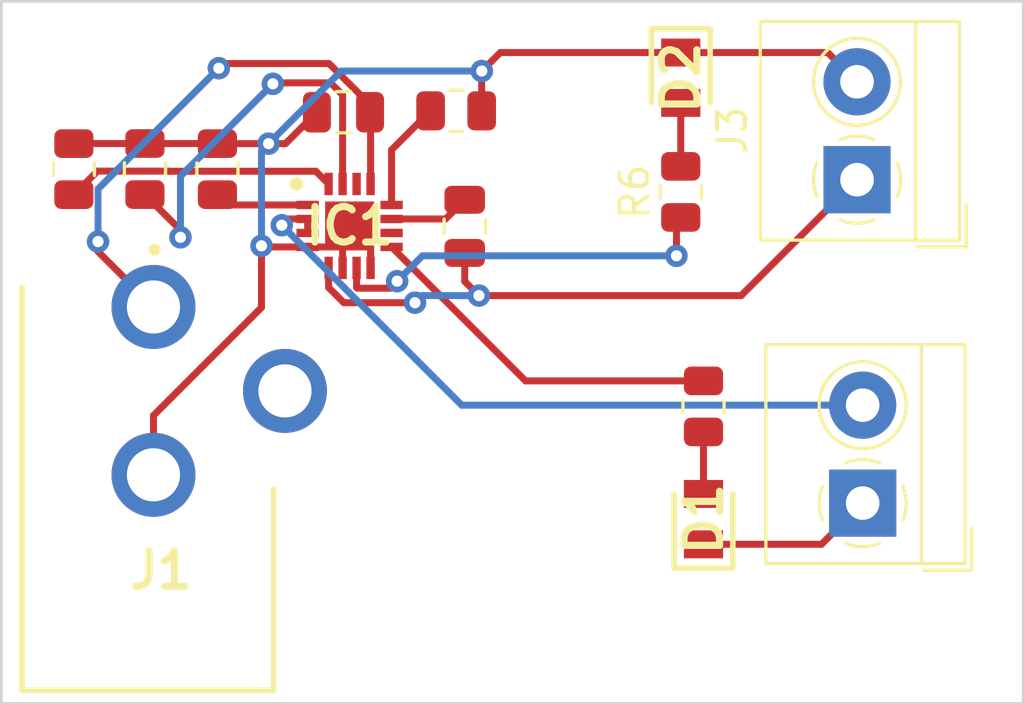
<source format=kicad_pcb>
(kicad_pcb (version 20221018) (generator pcbnew)
  (title_block (title "BQ24074 Solar Charger") (date "2024-01-05") (rev "1") (company "AU/AUD"))
  (layers (0 "F.Cu" signal) (31 "B.Cu" signal) (34 "B.Paste" user) (35 "F.Paste" user) (36 "B.SilkS" user "B.Silkscreen") (37 "F.SilkS" user "F.Silkscreen") (38 "B.Mask" user) (39 "F.Mask" user) (44 "Edge.Cuts" user))
  (net 0 "")
  (net 1 "Net-(IC1-IN)")
  (net 2 "Net-(D1-K)")
  (net 3 "Net-(IC1-OUT_1)")
  (net 4 "Net-(IC1-EN2)")
  (net 5 "Net-(D1-A)")
  (net 6 "Net-(D2-A)")
  (net 7 "Net-(IC1-TS)")
  (net 8 "Net-(IC1-BAT_1)")
  (net 9 "Net-(IC1-~{PGOOD})")
  (net 10 "Net-(IC1-~{CHG})")
  (net 11 "Net-(IC1-ILIM)")
  (net 13 "Net-(IC1-ITERM)")
  (net 14 "Net-(IC1-ISET)")
  (footprint "ProjectLib:PJ-102AH" (layer "F.Cu") (at 144.9652 71.1736 180)
    (fp_text reference "J1" (at 4.035 -6.411) (layer "F.SilkS") (effects (font (size 1.27 1.27) (thickness 0.254))))
    (fp_text value "PJ-102AH" hide)
    (fp_line (start 0 -10.7) (end 0 -3.5) (stroke (width 0.2)) (layer "F.SilkS"))
    (fp_line (start 9 -10.7) (end 0 -10.7) (stroke (width 0.2)) (layer "F.SilkS"))
    (fp_line (start 9 3.7) (end 9 -10.7) (stroke (width 0.2)) (layer "F.SilkS"))
    (fp_circle (center 4.261 5.051) (end 4.261 5.16985) (stroke (width 0.2)) (fill none) (layer "F.SilkS"))
    (pad "1" thru_hole circle (at 4.3 3 180) (size 3 3) (drill 1.9) (layers "*.Cu" "*.Mask") (net 1 "Net-(IC1-IN)"))
    (pad "2" thru_hole circle (at 4.3 -3 180) (size 3 3) (drill 1.9) (layers "*.Cu" "*.Mask") (net 2 "Net-(D1-K)"))
    (pad "3" thru_hole circle (at -0.4 0 180) (size 3 3) (drill 1.9) (layers "*.Cu" "*.Mask"))
  )
  (footprint "ProjectLib:LEDC2012X120N" (layer "F.Cu") (at 159.512 59.9804 -90)
    (fp_text reference "D2" (at 0 0 90) (layer "F.SilkS") (effects (font (size 1.27 1.27) (thickness 0.254))))
    (fp_text value "LED" hide)
    (fp_line (start -1.75 -1.05) (end -1.75 1.05) (stroke (width 0.2)) (layer "F.SilkS"))
    (fp_line (start -1.75 1.05) (end 0.9 1.05) (stroke (width 0.2)) (layer "F.SilkS"))
    (fp_line (start 0.9 -1.05) (end -1.75 -1.05) (stroke (width 0.2)) (layer "F.SilkS"))
    (pad "1" smd rect (at -0.9 0 270) (size 1 1.4) (layers "F.Cu" "F.Paste" "F.Mask") (net 2 "Net-(D1-K)"))
    (pad "2" smd rect (at 0.9 0 270) (size 1 1.4) (layers "F.Cu" "F.Paste" "F.Mask") (net 6 "Net-(D2-A)"))
  )
  (footprint "Resistor_SMD:R_0805_2012Metric" (layer "F.Cu") (at 140.3604 63.2441 -90)
    (fp_text reference "R3" hide)
    (fp_text value "4.7k")
    (fp_line (start -0.227064 -0.735) (end 0.227064 -0.735) (stroke (width 0.12)) (layer "F.SilkS"))
    (fp_line (start -0.227064 0.735) (end 0.227064 0.735) (stroke (width 0.12)) (layer "F.SilkS"))
    (pad "1" smd roundrect (at -0.9125 0 270) (size 1.025 1.4) (layers "F.Cu" "F.Paste" "F.Mask") (roundrect_rratio 0.243902) (net 2 "Net-(D1-K)"))
    (pad "2" smd roundrect (at 0.9125 0 270) (size 1.025 1.4) (layers "F.Cu" "F.Paste" "F.Mask") (roundrect_rratio 0.243902) (net 13 "Net-(IC1-ITERM)"))
  )
  (footprint "Resistor_SMD:R_0805_2012Metric" (layer "F.Cu") (at 137.8204 63.2479 90)
    (fp_text reference "R2" hide)
    (fp_text value "1.1k")
    (fp_line (start -0.227064 -0.735) (end 0.227064 -0.735) (stroke (width 0.12)) (layer "F.SilkS"))
    (fp_line (start -0.227064 0.735) (end 0.227064 0.735) (stroke (width 0.12)) (layer "F.SilkS"))
    (pad "1" smd roundrect (at -0.9125 0 90) (size 1.025 1.4) (layers "F.Cu" "F.Paste" "F.Mask") (roundrect_rratio 0.243902) (net 14 "Net-(IC1-ISET)"))
    (pad "2" smd roundrect (at 0.9125 0 90) (size 1.025 1.4) (layers "F.Cu" "F.Paste" "F.Mask") (roundrect_rratio 0.243902) (net 2 "Net-(D1-K)"))
  )
  (footprint "Resistor_SMD:R_0805_2012Metric" (layer "F.Cu") (at 160.3248 71.7277 -90)
    (fp_text reference "R5" hide)
    (fp_text value "1.5k")
    (fp_line (start -0.227064 -0.735) (end 0.227064 -0.735) (stroke (width 0.12)) (layer "F.SilkS"))
    (fp_line (start -0.227064 0.735) (end 0.227064 0.735) (stroke (width 0.12)) (layer "F.SilkS"))
    (pad "1" smd roundrect (at -0.9125 0 270) (size 1.025 1.4) (layers "F.Cu" "F.Paste" "F.Mask") (roundrect_rratio 0.243902) (net 10 "Net-(IC1-~{CHG})"))
    (pad "2" smd roundrect (at 0.9125 0 270) (size 1.025 1.4) (layers "F.Cu" "F.Paste" "F.Mask") (roundrect_rratio 0.243902) (net 5 "Net-(D1-A)"))
  )
  (footprint "ProjectLib:LEDC2012X120N" (layer "F.Cu") (at 160.3248 75.7572 90)
    (fp_text reference "D1" (at 0 0 90) (layer "F.SilkS") (effects (font (size 1.27 1.27) (thickness 0.254))))
    (fp_text value "LED" hide)
    (fp_line (start -1.75 -1.05) (end -1.75 1.05) (stroke (width 0.2)) (layer "F.SilkS"))
    (fp_line (start -1.75 1.05) (end 0.9 1.05) (stroke (width 0.2)) (layer "F.SilkS"))
    (fp_line (start 0.9 -1.05) (end -1.75 -1.05) (stroke (width 0.2)) (layer "F.SilkS"))
    (pad "1" smd rect (at -0.9 0 90) (size 1 1.4) (layers "F.Cu" "F.Paste" "F.Mask") (net 2 "Net-(D1-K)"))
    (pad "2" smd rect (at 0.9 0 90) (size 1 1.4) (layers "F.Cu" "F.Paste" "F.Mask") (net 5 "Net-(D1-A)"))
  )
  (footprint "Capacitor_SMD:C_0805_2012Metric" (layer "F.Cu") (at 147.4572 61.214 180)
    (fp_text reference "C1" hide)
    (fp_text value "1 µF")
    (fp_line (start -0.261252 -0.735) (end 0.261252 -0.735) (stroke (width 0.12)) (layer "F.SilkS"))
    (fp_line (start -0.261252 0.735) (end 0.261252 0.735) (stroke (width 0.12)) (layer "F.SilkS"))
    (pad "1" smd roundrect (at -0.95 0 180) (size 1 1.45) (layers "F.Cu" "F.Paste" "F.Mask") (net 1 "Net-(IC1-IN)"))
    (pad "2" smd roundrect (at 0.95 0 180) (size 1 1.45) (layers "F.Cu" "F.Paste" "F.Mask") (net 2 "Net-(D1-K)"))
  )
  (footprint "Capacitor_SMD:C_0805_2012Metric" (layer "F.Cu") (at 151.7904 65.2932 -90)
    (fp_text reference "C2" hide)
    (fp_text value "47 µF")
    (fp_line (start -0.261252 -0.735) (end 0.261252 -0.735) (stroke (width 0.12)) (layer "F.SilkS"))
    (fp_line (start -0.261252 0.735) (end 0.261252 0.735) (stroke (width 0.12)) (layer "F.SilkS"))
    (pad "1" smd roundrect (at -0.95 0 270) (size 1 1.45) (layers "F.Cu" "F.Paste" "F.Mask") (net 3 "Net-(IC1-OUT_1)"))
    (pad "2" smd roundrect (at 0.95 0 270) (size 1 1.45) (layers "F.Cu" "F.Paste" "F.Mask") (net 4 "Net-(IC1-EN2)"))
  )
  (footprint "Resistor_SMD:R_0805_2012Metric" (layer "F.Cu") (at 151.4837 61.1632)
    (fp_text reference "R4" hide)
    (fp_text value "1.2k")
    (fp_line (start -0.227064 -0.735) (end 0.227064 -0.735) (stroke (width 0.12)) (layer "F.SilkS"))
    (fp_line (start -0.227064 0.735) (end 0.227064 0.735) (stroke (width 0.12)) (layer "F.SilkS"))
    (pad "1" smd roundrect (at -0.9125 0) (size 1.025 1.4) (layers "F.Cu" "F.Paste" "F.Mask") (roundrect_rratio 0.243902) (net 11 "Net-(IC1-ILIM)"))
    (pad "2" smd roundrect (at 0.9125 0) (size 1.025 1.4) (layers "F.Cu" "F.Paste" "F.Mask") (roundrect_rratio 0.243902) (net 2 "Net-(D1-K)"))
  )
  (footprint "TerminalBlock_4Ucon:TerminalBlock_4Ucon_1x02_P3.50mm_Horizontal" (layer "F.Cu") (at 166.0144 75.184 90)
    (fp_text reference "J2" hide)
    (fp_text value "BattIn")
    (fp_line (start -2.4 2.16) (end -2.4 3.9) (stroke (width 0.12)) (layer "F.SilkS"))
    (fp_line (start -2.4 3.9) (end -0.9 3.9) (stroke (width 0.12)) (layer "F.SilkS"))
    (fp_line (start -2.16 -3.46) (end -2.16 3.66) (stroke (width 0.12)) (layer "F.SilkS"))
    (fp_line (start -2.16 -3.46) (end 5.66 -3.46) (stroke (width 0.12)) (layer "F.SilkS"))
    (fp_line (start -2.16 2.1) (end 5.66 2.1) (stroke (width 0.12)) (layer "F.SilkS"))
    (fp_line (start -2.16 3.66) (end 5.66 3.66) (stroke (width 0.12)) (layer "F.SilkS"))
    (fp_line (start 5.66 -3.46) (end 5.66 3.66) (stroke (width 0.12)) (layer "F.SilkS"))
    (fp_arc (start -1.432109 0.607742) (mid -1.555727 -0.00014) (end -1.432 -0.608) (stroke (width 0.12)) (layer "F.SilkS"))
    (fp_arc (start -0.607742 -1.432109) (mid 0.00014 -1.555727) (end 0.608 -1.432) (stroke (width 0.12)) (layer "F.SilkS"))
    (fp_arc (start 0.027011 1.555493) (mid -0.296984 1.527118) (end -0.608 1.432) (stroke (width 0.12)) (layer "F.SilkS"))
    (fp_arc (start 0.607587 1.431385) (mid 0.310017 1.523783) (end 0 1.555) (stroke (width 0.12)) (layer "F.SilkS"))
    (fp_arc (start 1.432109 -0.607742) (mid 1.555727 0.00014) (end 1.432 0.608) (stroke (width 0.12)) (layer "F.SilkS"))
    (fp_circle (center 3.5 0) (end 5.055 0) (stroke (width 0.12)) (fill none) (layer "F.SilkS"))
    (pad "1" thru_hole rect (at 0 0 90) (size 2.4 2.4) (drill 1.2) (layers "*.Cu" "*.Mask") (net 2 "Net-(D1-K)"))
    (pad "2" thru_hole circle (at 3.5 0 90) (size 2.4 2.4) (drill 1.2) (layers "*.Cu" "*.Mask") (net 8 "Net-(IC1-BAT_1)"))
  )
  (footprint "TerminalBlock_4Ucon:TerminalBlock_4Ucon_1x02_P3.50mm_Horizontal" (layer "F.Cu") (at 165.8128 63.6244 90)
    (fp_text reference "J3" (at 1.75 -4.46 90) (layer "F.SilkS"))
    (fp_text value "Vout")
    (fp_line (start -2.4 2.16) (end -2.4 3.9) (stroke (width 0.12)) (layer "F.SilkS"))
    (fp_line (start -2.4 3.9) (end -0.9 3.9) (stroke (width 0.12)) (layer "F.SilkS"))
    (fp_line (start -2.16 -3.46) (end -2.16 3.66) (stroke (width 0.12)) (layer "F.SilkS"))
    (fp_line (start -2.16 -3.46) (end 5.66 -3.46) (stroke (width 0.12)) (layer "F.SilkS"))
    (fp_line (start -2.16 2.1) (end 5.66 2.1) (stroke (width 0.12)) (layer "F.SilkS"))
    (fp_line (start -2.16 3.66) (end 5.66 3.66) (stroke (width 0.12)) (layer "F.SilkS"))
    (fp_line (start 5.66 -3.46) (end 5.66 3.66) (stroke (width 0.12)) (layer "F.SilkS"))
    (fp_arc (start -1.432109 0.607742) (mid -1.555727 -0.00014) (end -1.432 -0.608) (stroke (width 0.12)) (layer "F.SilkS"))
    (fp_arc (start -0.607742 -1.432109) (mid 0.00014 -1.555727) (end 0.608 -1.432) (stroke (width 0.12)) (layer "F.SilkS"))
    (fp_arc (start 0.027011 1.555493) (mid -0.296984 1.527118) (end -0.608 1.432) (stroke (width 0.12)) (layer "F.SilkS"))
    (fp_arc (start 0.607587 1.431385) (mid 0.310017 1.523783) (end 0 1.555) (stroke (width 0.12)) (layer "F.SilkS"))
    (fp_arc (start 1.432109 -0.607742) (mid 1.555727 0.00014) (end 1.432 0.608) (stroke (width 0.12)) (layer "F.SilkS"))
    (fp_circle (center 3.5 0) (end 5.055 0) (stroke (width 0.12)) (fill none) (layer "F.SilkS"))
    (pad "1" thru_hole rect (at 0 0 90) (size 2.4 2.4) (drill 1.2) (layers "*.Cu" "*.Mask") (net 4 "Net-(IC1-EN2)"))
    (pad "2" thru_hole circle (at 3.5 0 90) (size 2.4 2.4) (drill 1.2) (layers "*.Cu" "*.Mask") (net 2 "Net-(D1-K)"))
  )
  (footprint "Resistor_SMD:R_0805_2012Metric" (layer "F.Cu") (at 142.9512 63.2479 -90)
    (fp_text reference "R1" hide)
    (fp_text value "10k")
    (fp_line (start -0.227064 -0.735) (end 0.227064 -0.735) (stroke (width 0.12)) (layer "F.SilkS"))
    (fp_line (start -0.227064 0.735) (end 0.227064 0.735) (stroke (width 0.12)) (layer "F.SilkS"))
    (pad "1" smd roundrect (at -0.9125 0 270) (size 1.025 1.4) (layers "F.Cu" "F.Paste" "F.Mask") (roundrect_rratio 0.243902) (net 2 "Net-(D1-K)"))
    (pad "2" smd roundrect (at 0.9125 0 270) (size 1.025 1.4) (layers "F.Cu" "F.Paste" "F.Mask") (roundrect_rratio 0.243902) (net 7 "Net-(IC1-TS)"))
  )
  (footprint "Resistor_SMD:R_0805_2012Metric" (layer "F.Cu") (at 159.512 64.0607 90)
    (fp_text reference "R6" (at 0 -1.65 90) (layer "F.SilkS"))
    (fp_text value "1.5k")
    (fp_line (start -0.227064 -0.735) (end 0.227064 -0.735) (stroke (width 0.12)) (layer "F.SilkS"))
    (fp_line (start -0.227064 0.735) (end 0.227064 0.735) (stroke (width 0.12)) (layer "F.SilkS"))
    (pad "1" smd roundrect (at -0.9125 0 90) (size 1.025 1.4) (layers "F.Cu" "F.Paste" "F.Mask") (roundrect_rratio 0.243902) (net 9 "Net-(IC1-~{PGOOD})"))
    (pad "2" smd roundrect (at 0.9125 0 90) (size 1.025 1.4) (layers "F.Cu" "F.Paste" "F.Mask") (roundrect_rratio 0.243902) (net 6 "Net-(D2-A)"))
  )
  (footprint "ProjectLib:QFN50P300X300X100-17N-D" (layer "F.Cu") (at 147.6756 65.278)
    (fp_text reference "IC1" (at 0 0) (layer "F.SilkS") (effects (font (size 1.27 1.27) (thickness 0.254))))
    (fp_text value "BQ24074RGTT" hide)
    (fp_circle (center -1.9 -1.5) (end -1.9 -1.375) (stroke (width 0.25)) (fill none) (layer "F.SilkS"))
    (pad "1" smd rect (at -1.5 -0.75 90) (size 0.3 0.8) (layers "F.Cu" "F.Paste" "F.Mask") (net 7 "Net-(IC1-TS)"))
    (pad "2" smd rect (at -1.5 -0.25 90) (size 0.3 0.8) (layers "F.Cu" "F.Paste" "F.Mask") (net 8 "Net-(IC1-BAT_1)"))
    (pad "3" smd rect (at -1.5 0.25 90) (size 0.3 0.8) (layers "F.Cu" "F.Paste" "F.Mask") (net 8 "Net-(IC1-BAT_1)"))
    (pad "4" smd rect (at -1.5 0.75 90) (size 0.3 0.8) (layers "F.Cu" "F.Paste" "F.Mask") (net 2 "Net-(D1-K)"))
    (pad "5" smd rect (at -0.75 1.5) (size 0.3 0.8) (layers "F.Cu" "F.Paste" "F.Mask") (net 4 "Net-(IC1-EN2)"))
    (pad "6" smd rect (at -0.25 1.5) (size 0.3 0.8) (layers "F.Cu" "F.Paste" "F.Mask") (net 2 "Net-(D1-K)"))
    (pad "7" smd rect (at 0.25 1.5) (size 0.3 0.8) (layers "F.Cu" "F.Paste" "F.Mask") (net 9 "Net-(IC1-~{PGOOD})"))
    (pad "8" smd rect (at 0.75 1.5) (size 0.3 0.8) (layers "F.Cu" "F.Paste" "F.Mask") (net 2 "Net-(D1-K)"))
    (pad "9" smd rect (at 1.5 0.75 90) (size 0.3 0.8) (layers "F.Cu" "F.Paste" "F.Mask") (net 10 "Net-(IC1-~{CHG})"))
    (pad "10" smd rect (at 1.5 0.25 90) (size 0.3 0.8) (layers "F.Cu" "F.Paste" "F.Mask") (net 3 "Net-(IC1-OUT_1)"))
    (pad "11" smd rect (at 1.5 -0.25 90) (size 0.3 0.8) (layers "F.Cu" "F.Paste" "F.Mask") (net 3 "Net-(IC1-OUT_1)"))
    (pad "12" smd rect (at 1.5 -0.75 90) (size 0.3 0.8) (layers "F.Cu" "F.Paste" "F.Mask") (net 11 "Net-(IC1-ILIM)"))
    (pad "13" smd rect (at 0.75 -1.5) (size 0.3 0.8) (layers "F.Cu" "F.Paste" "F.Mask") (net 1 "Net-(IC1-IN)"))
    (pad "14" smd rect (at 0.25 -1.5) (size 0.3 0.8) (layers "F.Cu" "F.Paste" "F.Mask"))
    (pad "15" smd rect (at -0.25 -1.5) (size 0.3 0.8) (layers "F.Cu" "F.Paste" "F.Mask") (net 13 "Net-(IC1-ITERM)"))
    (pad "16" smd rect (at -0.75 -1.5) (size 0.3 0.8) (layers "F.Cu" "F.Paste" "F.Mask") (net 14 "Net-(IC1-ISET)"))
    (pad "17" smd rect (at 0 0) (size 1.75 1.75) (layers "F.Cu" "F.Paste" "F.Mask") (net 2 "Net-(D1-K)"))
  )
  (gr_rect (start 135.2296 57.2516) (end 171.7548 82.3468) (stroke (width 0.1)) (fill none) (layer "Edge.Cuts"))
  (segment (start 143.002 59.6392) (end 143.1682 59.473) (width 0.25) (layer "F.Cu") (net 1))
  (segment (start 148.4256 63.778) (end 148.4256 61.2324) (width 0.25) (layer "F.Cu") (net 1))
  (segment (start 138.684 66.1924) (end 138.684 65.8368) (width 0.25) (layer "F.Cu") (net 1))
  (segment (start 140.6652 68.1736) (end 138.684 66.1924) (width 0.25) (layer "F.Cu") (net 1))
  (segment (start 148.4256 61.2324) (end 148.4072 61.214) (width 0.25) (layer "F.Cu") (net 1))
  (segment (start 148.4072 60.939431) (end 148.4072 61.214) (width 0.25) (layer "F.Cu") (net 1))
  (segment (start 143.1682 59.473) (end 146.940769 59.473) (width 0.25) (layer "F.Cu") (net 1))
  (segment (start 146.940769 59.473) (end 148.4072 60.939431) (width 0.25) (layer "F.Cu") (net 1))
  (via (at 138.684 65.8368) (size 0.8) (drill 0.4) (layers "F.Cu" "B.Cu") (net 1))
  (via (at 143.002 59.6392) (size 0.8) (drill 0.4) (layers "F.Cu" "B.Cu") (net 1))
  (segment (start 138.684 65.8368) (end 138.684 63.9572) (width 0.25) (layer "B.Cu") (net 1))
  (segment (start 138.684 63.9572) (end 143.002 59.6392) (width 0.25) (layer "B.Cu") (net 1))
  (segment (start 142.9512 62.3354) (end 144.78 62.3354) (width 0.25) (layer "F.Cu") (net 2))
  (segment (start 145.3858 62.3354) (end 146.5072 61.214) (width 0.25) (layer "F.Cu") (net 2))
  (segment (start 148.4256 66.028) (end 148.4256 66.778) (width 0.25) (layer "F.Cu") (net 2))
  (segment (start 137.8242 62.3316) (end 140.3604 62.3316) (width 0.25) (layer "F.Cu") (net 2))
  (segment (start 147.4256 65.528) (end 147.4256 66.778) (width 0.25) (layer "F.Cu") (net 2))
  (segment (start 147.6756 65.278) (end 146.9256 66.028) (width 0.25) (layer "F.Cu") (net 2))
  (segment (start 140.6652 74.1736) (end 140.6652 72.05228) (width 0.25) (layer "F.Cu") (net 2))
  (segment (start 144.5648 66.028) (end 144.526 65.9892) (width 0.25) (layer "F.Cu") (net 2))
  (segment (start 159.512 59.0804) (end 153.0604 59.0804) (width 0.25) (layer "F.Cu") (net 2))
  (segment (start 147.6756 65.278) (end 147.4256 65.528) (width 0.25) (layer "F.Cu") (net 2))
  (segment (start 146.1756 66.028) (end 144.5648 66.028) (width 0.25) (layer "F.Cu") (net 2))
  (segment (start 147.6756 65.278) (end 148.4256 66.028) (width 0.25) (layer "F.Cu") (net 2))
  (segment (start 160.3248 76.6572) (end 164.5412 76.6572) (width 0.25) (layer "F.Cu") (net 2))
  (segment (start 164.7688 59.0804) (end 165.8128 60.1244) (width 0.25) (layer "F.Cu") (net 2))
  (segment (start 146.9256 66.028) (end 146.1756 66.028) (width 0.25) (layer "F.Cu") (net 2))
  (segment (start 142.9474 62.3316) (end 142.9512 62.3354) (width 0.25) (layer "F.Cu") (net 2))
  (segment (start 152.3962 61.1632) (end 152.3962 59.7446) (width 0.25) (layer "F.Cu") (net 2))
  (segment (start 140.3604 62.3316) (end 142.9474 62.3316) (width 0.25) (layer "F.Cu") (net 2))
  (segment (start 152.3962 59.7446) (end 152.4 59.7408) (width 0.25) (layer "F.Cu") (net 2))
  (segment (start 164.5412 76.6572) (end 166.0144 75.184) (width 0.25) (layer "F.Cu") (net 2))
  (segment (start 137.8204 62.3354) (end 137.8242 62.3316) (width 0.25) (layer "F.Cu") (net 2))
  (segment (start 153.0604 59.0804) (end 152.4 59.7408) (width 0.25) (layer "F.Cu") (net 2))
  (segment (start 140.6652 72.05228) (end 144.526 68.19148) (width 0.25) (layer "F.Cu") (net 2))
  (segment (start 159.512 59.0804) (end 164.7688 59.0804) (width 0.25) (layer "F.Cu") (net 2))
  (segment (start 144.78 62.3354) (end 145.3858 62.3354) (width 0.25) (layer "F.Cu") (net 2))
  (segment (start 144.526 68.19148) (end 144.526 65.9892) (width 0.25) (layer "F.Cu") (net 2))
  (via (at 144.78 62.3354) (size 0.8) (drill 0.4) (layers "F.Cu" "B.Cu") (net 2))
  (via (at 144.526 65.9892) (size 0.8) (drill 0.4) (layers "F.Cu" "B.Cu") (net 2))
  (via (at 152.4 59.7408) (size 0.8) (drill 0.4) (layers "F.Cu" "B.Cu") (net 2))
  (segment (start 147.3746 59.7408) (end 144.78 62.3354) (width 0.25) (layer "B.Cu") (net 2))
  (segment (start 144.526 62.5894) (end 144.78 62.3354) (width 0.25) (layer "B.Cu") (net 2))
  (segment (start 152.4 59.7408) (end 147.3746 59.7408) (width 0.25) (layer "B.Cu") (net 2))
  (segment (start 144.526 65.9892) (end 144.526 62.5894) (width 0.25) (layer "B.Cu") (net 2))
  (segment (start 151.7904 64.3432) (end 151.1056 65.028) (width 0.25) (layer "F.Cu") (net 3))
  (segment (start 151.1056 65.028) (end 149.1756 65.028) (width 0.25) (layer "F.Cu") (net 3))
  (segment (start 146.9256 67.478) (end 146.9256 66.778) (width 0.25) (layer "F.Cu") (net 4))
  (segment (start 151.7904 66.2432) (end 151.7904 67.2592) (width 0.25) (layer "F.Cu") (net 4))
  (segment (start 165.8128 63.6244) (end 161.67 67.7672) (width 0.25) (layer "F.Cu") (net 4))
  (segment (start 161.67 67.7672) (end 152.2984 67.7672) (width 0.25) (layer "F.Cu") (net 4))
  (segment (start 150.0124 68.0212) (end 147.4688 68.0212) (width 0.25) (layer "F.Cu") (net 4))
  (segment (start 147.4688 68.0212) (end 146.9256 67.478) (width 0.25) (layer "F.Cu") (net 4))
  (segment (start 151.7904 67.2592) (end 152.2984 67.7672) (width 0.25) (layer "F.Cu") (net 4))
  (via (at 152.2984 67.7672) (size 0.8) (drill 0.4) (layers "F.Cu" "B.Cu") (net 4))
  (via (at 150.0124 68.0212) (size 0.8) (drill 0.4) (layers "F.Cu" "B.Cu") (net 4))
  (segment (start 150.2664 67.7672) (end 150.0124 68.0212) (width 0.25) (layer "B.Cu") (net 4))
  (segment (start 152.2984 67.7672) (end 150.2664 67.7672) (width 0.25) (layer "B.Cu") (net 4))
  (segment (start 160.3248 72.6402) (end 160.3248 74.8572) (width 0.25) (layer "F.Cu") (net 5))
  (segment (start 159.512 63.1482) (end 159.512 60.8804) (width 0.25) (layer "F.Cu") (net 6))
  (segment (start 146.1756 64.528) (end 143.3188 64.528) (width 0.25) (layer "F.Cu") (net 7))
  (segment (start 143.3188 64.528) (end 142.9512 64.1604) (width 0.25) (layer "F.Cu") (net 7))
  (segment (start 146.1756 65.528) (end 146.1756 65.028) (width 0.25) (layer "F.Cu") (net 8))
  (segment (start 145.475 65.028) (end 145.2505 65.2525) (width 0.25) (layer "F.Cu") (net 8))
  (segment (start 146.1756 65.028) (end 145.475 65.028) (width 0.25) (layer "F.Cu") (net 8))
  (via (at 145.2505 65.2525) (size 0.8) (drill 0.4) (layers "F.Cu" "B.Cu") (net 8))
  (segment (start 145.2505 65.2525) (end 151.682 71.684) (width 0.25) (layer "B.Cu") (net 8))
  (segment (start 151.682 71.684) (end 166.0144 71.684) (width 0.25) (layer "B.Cu") (net 8))
  (segment (start 159.3596 65.1256) (end 159.512 64.9732) (width 0.25) (layer "F.Cu") (net 9))
  (segment (start 147.9256 67.478) (end 147.9506 67.503) (width 0.25) (layer "F.Cu") (net 9))
  (segment (start 149.123248 67.503) (end 149.374625 67.251623) (width 0.25) (layer "F.Cu") (net 9))
  (segment (start 159.3596 66.3448) (end 159.3596 65.1256) (width 0.25) (layer "F.Cu") (net 9))
  (segment (start 147.9256 66.778) (end 147.9256 67.478) (width 0.25) (layer "F.Cu") (net 9))
  (segment (start 147.9506 67.503) (end 149.123248 67.503) (width 0.25) (layer "F.Cu") (net 9))
  (via (at 149.374625 67.251623) (size 0.8) (drill 0.4) (layers "F.Cu" "B.Cu") (net 9))
  (via (at 159.3596 66.3448) (size 0.8) (drill 0.4) (layers "F.Cu" "B.Cu") (net 9))
  (segment (start 150.281448 66.3448) (end 159.3596 66.3448) (width 0.25) (layer "B.Cu") (net 9))
  (segment (start 149.374625 67.251623) (end 150.281448 66.3448) (width 0.25) (layer "B.Cu") (net 9))
  (segment (start 149.1756 66.028) (end 153.9628 70.8152) (width 0.25) (layer "F.Cu") (net 10))
  (segment (start 153.9628 70.8152) (end 160.3248 70.8152) (width 0.25) (layer "F.Cu") (net 10))
  (segment (start 149.1756 62.5588) (end 150.5712 61.1632) (width 0.25) (layer "F.Cu") (net 11))
  (segment (start 149.1756 64.528) (end 149.1756 62.5588) (width 0.25) (layer "F.Cu") (net 11))
  (segment (start 140.208 64.309) (end 140.3604 64.1566) (width 0.25) (layer "F.Cu") (net 13))
  (segment (start 147.4256 63.778) (end 147.4256 60.594227) (width 0.25) (layer "F.Cu") (net 13))
  (segment (start 146.995373 60.164) (end 144.9664 60.164) (width 0.25) (layer "F.Cu") (net 13))
  (segment (start 147.4256 60.594227) (end 146.995373 60.164) (width 0.25) (layer "F.Cu") (net 13))
  (segment (start 144.9664 60.164) (end 144.9324 60.198) (width 0.25) (layer "F.Cu") (net 13))
  (segment (start 141.6304 65.6844) (end 141.6304 65.4266) (width 0.25) (layer "F.Cu") (net 13))
  (segment (start 141.6304 65.4266) (end 140.3604 64.1566) (width 0.25) (layer "F.Cu") (net 13))
  (via (at 144.9324 60.198) (size 0.8) (drill 0.4) (layers "F.Cu" "B.Cu") (net 13))
  (via (at 141.6304 65.6844) (size 0.8) (drill 0.4) (layers "F.Cu" "B.Cu") (net 13))
  (segment (start 141.6304 63.5) (end 141.6304 65.6844) (width 0.25) (layer "B.Cu") (net 13))
  (segment (start 144.9324 60.198) (end 141.6304 63.5) (width 0.25) (layer "B.Cu") (net 13))
  (segment (start 138.6617 63.3191) (end 137.8204 64.1604) (width 0.25) (layer "F.Cu") (net 14))
  (segment (start 146.4705 63.3229) (end 141.1979 63.3229) (width 0.25) (layer "F.Cu") (net 14))
  (segment (start 141.1979 63.3229) (end 141.1941 63.3191) (width 0.25) (layer "F.Cu") (net 14))
  (segment (start 146.9256 63.778) (end 146.4705 63.3229) (width 0.25) (layer "F.Cu") (net 14))
  (segment (start 141.1941 63.3191) (end 138.6617 63.3191) (width 0.25) (layer "F.Cu") (net 14))
)
</source>
